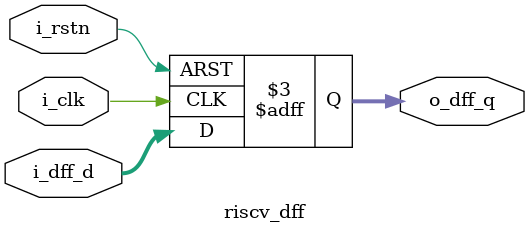
<source format=v>

module riscv_dff
#(
	parameter	BW_DATA	= 32
)
(	
	output reg	[BW_DATA-1:0]	o_dff_q,
	input		[BW_DATA-1:0]	i_dff_d,
	input						i_clk,
	input						i_rstn
);

	always @(posedge i_clk or negedge i_rstn) begin
		if(!i_rstn) begin
			o_dff_q	<= 0;
		end else begin
			o_dff_q	<= i_dff_d;
		end
	end

endmodule

</source>
